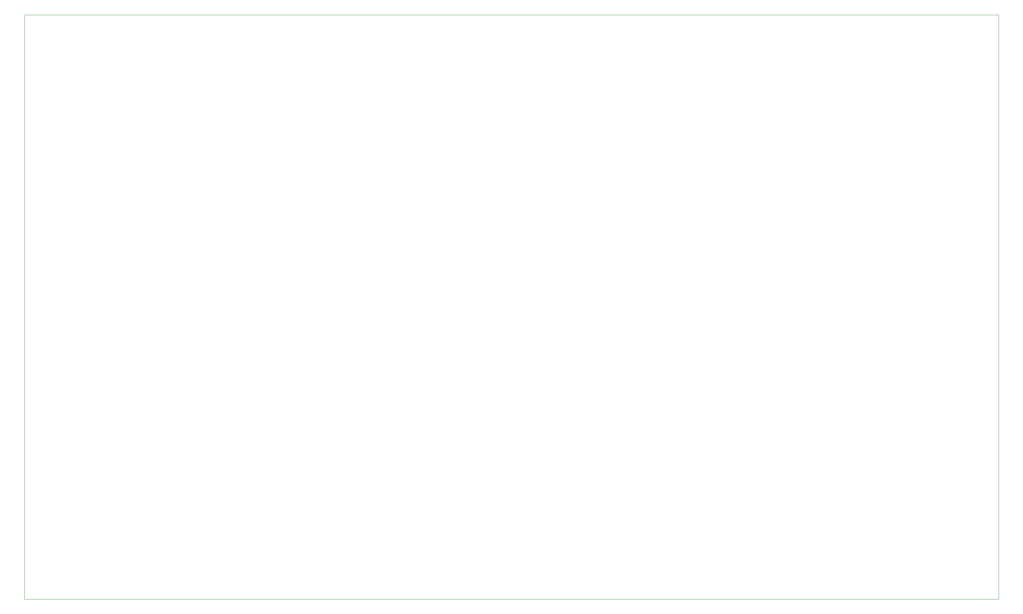
<source format=gm1>
G04 #@! TF.GenerationSoftware,KiCad,Pcbnew,7.0.9*
G04 #@! TF.CreationDate,2025-08-18T12:00:00-05:00*
G04 #@! TF.ProjectId,ESP32_IoT_Switch,4553503332-5F496F545F5377697463682E,rev?*
G04 #@! TF.SameCoordinates,Original*
G04 #@! TF.FileFunction,Profile,NP*
%FSLAX36Y36*%
G04 Gerber Fmt 3.6, Leading zero omitted, Abs format (unit mm)*
G04 Created by KiCad (PCBNEW 7.0.9) date 2025-08-18 12:00:00*
%MOMM*%
%LPD*%
G01*
G04 APERTURE LIST*
%ADD10C,0.050000*%
G04 APERTURE END LIST*
D10*
X25000000Y25000000D02*
X275000000Y25000000D01*
X275000000Y25000000D02*
X275000000Y175000000D01*
X275000000Y175000000D02*
X25000000Y175000000D01*
X25000000Y175000000D02*
X25000000Y25000000D01*
M02*
</source>
